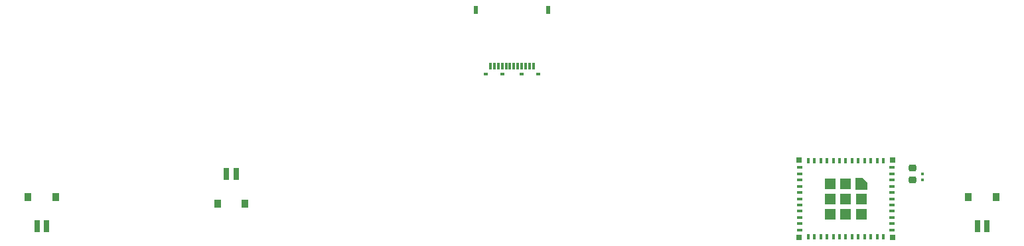
<source format=gbr>
G04 #@! TF.GenerationSoftware,KiCad,Pcbnew,7.0.6*
G04 #@! TF.CreationDate,2023-09-01T19:54:12-07:00*
G04 #@! TF.ProjectId,sgpp_main_pcb,73677070-5f6d-4616-996e-5f7063622e6b,1*
G04 #@! TF.SameCoordinates,Original*
G04 #@! TF.FileFunction,Paste,Bot*
G04 #@! TF.FilePolarity,Positive*
%FSLAX46Y46*%
G04 Gerber Fmt 4.6, Leading zero omitted, Abs format (unit mm)*
G04 Created by KiCad (PCBNEW 7.0.6) date 2023-09-01 19:54:12*
%MOMM*%
%LPD*%
G01*
G04 APERTURE LIST*
G04 Aperture macros list*
%AMRoundRect*
0 Rectangle with rounded corners*
0 $1 Rounding radius*
0 $2 $3 $4 $5 $6 $7 $8 $9 X,Y pos of 4 corners*
0 Add a 4 corners polygon primitive as box body*
4,1,4,$2,$3,$4,$5,$6,$7,$8,$9,$2,$3,0*
0 Add four circle primitives for the rounded corners*
1,1,$1+$1,$2,$3*
1,1,$1+$1,$4,$5*
1,1,$1+$1,$6,$7*
1,1,$1+$1,$8,$9*
0 Add four rect primitives between the rounded corners*
20,1,$1+$1,$2,$3,$4,$5,0*
20,1,$1+$1,$4,$5,$6,$7,0*
20,1,$1+$1,$6,$7,$8,$9,0*
20,1,$1+$1,$8,$9,$2,$3,0*%
G04 Aperture macros list end*
%ADD10C,0.010000*%
%ADD11R,0.800000X0.400000*%
%ADD12R,0.400000X0.800000*%
%ADD13R,1.450000X1.450000*%
%ADD14R,0.700000X0.700000*%
%ADD15R,0.300000X0.900000*%
%ADD16R,0.500000X1.050000*%
%ADD17R,0.470000X0.300000*%
%ADD18R,0.700000X1.500000*%
%ADD19R,0.850000X1.000000*%
%ADD20RoundRect,0.225000X0.250000X-0.225000X0.250000X0.225000X-0.250000X0.225000X-0.250000X-0.225000X0*%
%ADD21RoundRect,0.079500X-0.100500X0.079500X-0.100500X-0.079500X0.100500X-0.079500X0.100500X0.079500X0*%
G04 APERTURE END LIST*
D10*
X195271327Y-99268114D02*
X195271327Y-100118114D01*
X193821327Y-100118114D01*
X193821327Y-98668114D01*
X194671327Y-98668114D01*
X195271327Y-99268114D01*
G36*
X195271327Y-99268114D02*
G01*
X195271327Y-100118114D01*
X193821327Y-100118114D01*
X193821327Y-98668114D01*
X194671327Y-98668114D01*
X195271327Y-99268114D01*
G37*
D11*
X198496327Y-97343114D03*
X198496327Y-98143114D03*
X198496327Y-98943114D03*
X198496327Y-99743114D03*
X198496327Y-100543114D03*
X198496327Y-101343114D03*
X198496327Y-102143114D03*
X198496327Y-102943114D03*
X198496327Y-103743114D03*
X198496327Y-104543114D03*
X198496327Y-105343114D03*
D12*
X197396327Y-106243114D03*
X196596327Y-106243114D03*
X195796327Y-106243114D03*
X194996327Y-106243114D03*
X194196327Y-106243114D03*
X193396327Y-106243114D03*
X192596327Y-106243114D03*
X191796327Y-106243114D03*
X190996327Y-106243114D03*
X190196327Y-106243114D03*
X189396327Y-106243114D03*
X188596327Y-106243114D03*
X187796327Y-106243114D03*
D11*
X186696327Y-105343114D03*
X186696327Y-104543114D03*
X186696327Y-103743114D03*
X186696327Y-102943114D03*
X186696327Y-102143114D03*
X186696327Y-101343114D03*
X186696327Y-100543114D03*
X186696327Y-99743114D03*
X186696327Y-98943114D03*
X186696327Y-98143114D03*
X186696327Y-97343114D03*
D12*
X187796327Y-96443114D03*
X188596327Y-96443114D03*
X189396327Y-96443114D03*
X190196327Y-96443114D03*
X190996327Y-96443114D03*
X191796327Y-96443114D03*
X192596327Y-96443114D03*
X193396327Y-96443114D03*
X194196327Y-96443114D03*
X194996327Y-96443114D03*
X195796327Y-96443114D03*
X196596327Y-96443114D03*
X197396327Y-96443114D03*
D13*
X192596327Y-101343114D03*
D14*
X186646327Y-96393114D03*
X186646327Y-106293114D03*
X198546327Y-106293114D03*
X198546327Y-96393114D03*
D13*
X194546327Y-101343114D03*
X194546327Y-103293114D03*
X192596327Y-103293114D03*
X190646327Y-103293114D03*
X190646327Y-101343114D03*
X190646327Y-99393114D03*
X192596327Y-99393114D03*
D15*
X147250000Y-84392425D03*
X147750000Y-84392425D03*
X148250000Y-84392425D03*
X148750000Y-84392425D03*
X149250000Y-84392425D03*
X149750000Y-84392425D03*
X150250000Y-84392425D03*
X150750000Y-84392425D03*
X151250000Y-84392425D03*
X151750000Y-84392425D03*
X152250000Y-84392425D03*
X152750000Y-84392425D03*
D16*
X145400000Y-77172425D03*
D17*
X146630000Y-85392425D03*
X148750000Y-85392425D03*
X151250000Y-85392425D03*
X153370000Y-85392425D03*
D16*
X154600000Y-77172425D03*
D18*
X89400000Y-104875000D03*
X90600000Y-104875000D03*
D19*
X88225000Y-101125000D03*
X91775000Y-101125000D03*
D18*
X114796891Y-98185912D03*
X113596891Y-98185912D03*
D19*
X115971891Y-101935912D03*
X112421891Y-101935912D03*
D18*
X209400000Y-104875000D03*
X210600000Y-104875000D03*
D19*
X208225000Y-101125000D03*
X211775000Y-101125000D03*
D20*
X201103331Y-98926450D03*
X201103331Y-97376450D03*
D21*
X202373331Y-98207000D03*
X202373331Y-98897000D03*
M02*

</source>
